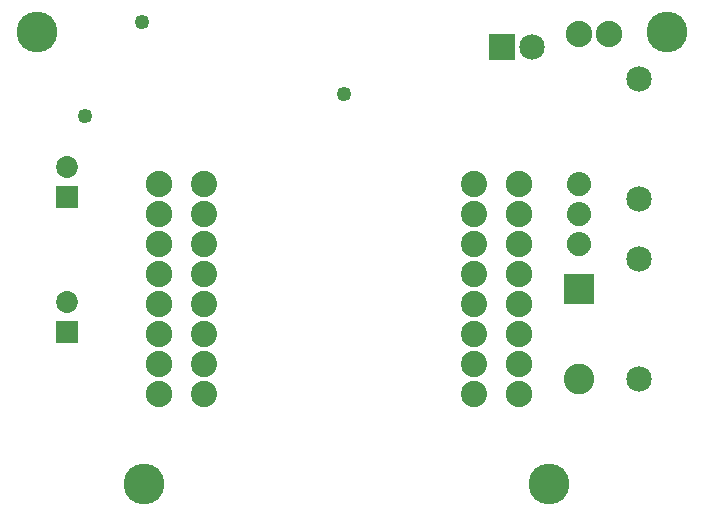
<source format=gts>
G04 MADE WITH FRITZING*
G04 WWW.FRITZING.ORG*
G04 DOUBLE SIDED*
G04 HOLES PLATED*
G04 CONTOUR ON CENTER OF CONTOUR VECTOR*
%ASAXBY*%
%FSLAX23Y23*%
%MOIN*%
%OFA0B0*%
%SFA1.0B1.0*%
%ADD10C,0.087778*%
%ADD11C,0.102000*%
%ADD12C,0.072992*%
%ADD13C,0.085000*%
%ADD14C,0.135984*%
%ADD15C,0.088000*%
%ADD16C,0.049370*%
%ADD17R,0.102000X0.102000*%
%ADD18R,0.072992X0.072992*%
%ADD19R,0.085000X0.085000*%
%ADD20R,0.001000X0.001000*%
%LNMASK1*%
G90*
G70*
G54D10*
X699Y1124D03*
X699Y1024D03*
X699Y924D03*
X699Y824D03*
X699Y724D03*
X699Y624D03*
X699Y524D03*
X699Y424D03*
X1599Y424D03*
X1599Y524D03*
X1599Y624D03*
X1599Y724D03*
X1599Y824D03*
X1599Y924D03*
X1599Y1024D03*
X1599Y1124D03*
G54D11*
X1949Y774D03*
X1949Y474D03*
G54D12*
X242Y1081D03*
X242Y1180D03*
X242Y631D03*
X242Y730D03*
G54D13*
X1692Y1580D03*
X1792Y1580D03*
X2149Y474D03*
X2149Y874D03*
X2149Y1074D03*
X2149Y1474D03*
G54D14*
X2242Y1630D03*
X142Y1630D03*
G54D15*
X1749Y1124D03*
X1749Y1024D03*
X1749Y924D03*
X1749Y824D03*
X1749Y724D03*
X1749Y624D03*
X1749Y524D03*
X1749Y424D03*
X549Y1124D03*
X549Y1024D03*
X549Y924D03*
X549Y824D03*
X549Y724D03*
X549Y624D03*
X549Y524D03*
X549Y424D03*
G54D14*
X499Y124D03*
X1849Y124D03*
G54D15*
X2049Y1624D03*
X1949Y1624D03*
G54D16*
X300Y1352D03*
X1164Y1424D03*
X492Y1664D03*
G54D17*
X1949Y774D03*
G54D18*
X242Y1081D03*
X242Y631D03*
G54D19*
X1692Y1580D03*
G54D20*
X1942Y1164D02*
X1954Y1164D01*
X1938Y1163D02*
X1958Y1163D01*
X1935Y1162D02*
X1961Y1162D01*
X1932Y1161D02*
X1964Y1161D01*
X1930Y1160D02*
X1966Y1160D01*
X1928Y1159D02*
X1968Y1159D01*
X1927Y1158D02*
X1969Y1158D01*
X1925Y1157D02*
X1971Y1157D01*
X1924Y1156D02*
X1972Y1156D01*
X1923Y1155D02*
X1973Y1155D01*
X1921Y1154D02*
X1974Y1154D01*
X1920Y1153D02*
X1976Y1153D01*
X1919Y1152D02*
X1977Y1152D01*
X1919Y1151D02*
X1977Y1151D01*
X1918Y1150D02*
X1978Y1150D01*
X1917Y1149D02*
X1979Y1149D01*
X1916Y1148D02*
X1980Y1148D01*
X1915Y1147D02*
X1981Y1147D01*
X1915Y1146D02*
X1981Y1146D01*
X1914Y1145D02*
X1982Y1145D01*
X1914Y1144D02*
X1982Y1144D01*
X1913Y1143D02*
X1983Y1143D01*
X1913Y1142D02*
X1983Y1142D01*
X1912Y1141D02*
X1984Y1141D01*
X1912Y1140D02*
X1984Y1140D01*
X1911Y1139D02*
X1985Y1139D01*
X1911Y1138D02*
X1985Y1138D01*
X1911Y1137D02*
X1985Y1137D01*
X1910Y1136D02*
X1986Y1136D01*
X1910Y1135D02*
X1986Y1135D01*
X1910Y1134D02*
X1986Y1134D01*
X1909Y1133D02*
X1986Y1133D01*
X1909Y1132D02*
X1987Y1132D01*
X1909Y1131D02*
X1987Y1131D01*
X1909Y1130D02*
X1987Y1130D01*
X1909Y1129D02*
X1987Y1129D01*
X1909Y1128D02*
X1987Y1128D01*
X1909Y1127D02*
X1987Y1127D01*
X1909Y1126D02*
X1987Y1126D01*
X1909Y1125D02*
X1987Y1125D01*
X1909Y1124D02*
X1987Y1124D01*
X1909Y1123D02*
X1987Y1123D01*
X1909Y1122D02*
X1987Y1122D01*
X1909Y1121D02*
X1987Y1121D01*
X1909Y1120D02*
X1987Y1120D01*
X1909Y1119D02*
X1987Y1119D01*
X1909Y1118D02*
X1987Y1118D01*
X1909Y1117D02*
X1987Y1117D01*
X1910Y1116D02*
X1986Y1116D01*
X1910Y1115D02*
X1986Y1115D01*
X1910Y1114D02*
X1986Y1114D01*
X1910Y1113D02*
X1986Y1113D01*
X1911Y1112D02*
X1985Y1112D01*
X1911Y1111D02*
X1985Y1111D01*
X1911Y1110D02*
X1985Y1110D01*
X1912Y1109D02*
X1984Y1109D01*
X1912Y1108D02*
X1984Y1108D01*
X1913Y1107D02*
X1983Y1107D01*
X1913Y1106D02*
X1983Y1106D01*
X1914Y1105D02*
X1982Y1105D01*
X1914Y1104D02*
X1982Y1104D01*
X1915Y1103D02*
X1981Y1103D01*
X1916Y1102D02*
X1980Y1102D01*
X1916Y1101D02*
X1980Y1101D01*
X1917Y1100D02*
X1979Y1100D01*
X1918Y1099D02*
X1978Y1099D01*
X1919Y1098D02*
X1977Y1098D01*
X1920Y1097D02*
X1976Y1097D01*
X1921Y1096D02*
X1975Y1096D01*
X1922Y1095D02*
X1974Y1095D01*
X1923Y1094D02*
X1973Y1094D01*
X1924Y1093D02*
X1972Y1093D01*
X1925Y1092D02*
X1971Y1092D01*
X1927Y1091D02*
X1969Y1091D01*
X1929Y1090D02*
X1967Y1090D01*
X1930Y1089D02*
X1966Y1089D01*
X1932Y1088D02*
X1964Y1088D01*
X1935Y1087D02*
X1961Y1087D01*
X1938Y1086D02*
X1958Y1086D01*
X1943Y1085D02*
X1953Y1085D01*
X1942Y1064D02*
X1954Y1064D01*
X1938Y1063D02*
X1958Y1063D01*
X1934Y1062D02*
X1961Y1062D01*
X1932Y1061D02*
X1964Y1061D01*
X1930Y1060D02*
X1966Y1060D01*
X1928Y1059D02*
X1968Y1059D01*
X1927Y1058D02*
X1969Y1058D01*
X1925Y1057D02*
X1971Y1057D01*
X1924Y1056D02*
X1972Y1056D01*
X1923Y1055D02*
X1973Y1055D01*
X1921Y1054D02*
X1974Y1054D01*
X1920Y1053D02*
X1976Y1053D01*
X1919Y1052D02*
X1977Y1052D01*
X1919Y1051D02*
X1977Y1051D01*
X1918Y1050D02*
X1978Y1050D01*
X1917Y1049D02*
X1979Y1049D01*
X1916Y1048D02*
X1980Y1048D01*
X1915Y1047D02*
X1981Y1047D01*
X1915Y1046D02*
X1981Y1046D01*
X1914Y1045D02*
X1982Y1045D01*
X1914Y1044D02*
X1982Y1044D01*
X1913Y1043D02*
X1983Y1043D01*
X1913Y1042D02*
X1983Y1042D01*
X1912Y1041D02*
X1984Y1041D01*
X1912Y1040D02*
X1984Y1040D01*
X1911Y1039D02*
X1985Y1039D01*
X1911Y1038D02*
X1985Y1038D01*
X1911Y1037D02*
X1985Y1037D01*
X1910Y1036D02*
X1986Y1036D01*
X1910Y1035D02*
X1986Y1035D01*
X1910Y1034D02*
X1986Y1034D01*
X1909Y1033D02*
X1986Y1033D01*
X1909Y1032D02*
X1987Y1032D01*
X1909Y1031D02*
X1987Y1031D01*
X1909Y1030D02*
X1987Y1030D01*
X1909Y1029D02*
X1987Y1029D01*
X1909Y1028D02*
X1987Y1028D01*
X1909Y1027D02*
X1987Y1027D01*
X1909Y1026D02*
X1987Y1026D01*
X1909Y1025D02*
X1987Y1025D01*
X1909Y1024D02*
X1987Y1024D01*
X1909Y1023D02*
X1987Y1023D01*
X1909Y1022D02*
X1987Y1022D01*
X1909Y1021D02*
X1987Y1021D01*
X1909Y1020D02*
X1987Y1020D01*
X1909Y1019D02*
X1987Y1019D01*
X1909Y1018D02*
X1987Y1018D01*
X1909Y1017D02*
X1987Y1017D01*
X1910Y1016D02*
X1986Y1016D01*
X1910Y1015D02*
X1986Y1015D01*
X1910Y1014D02*
X1986Y1014D01*
X1910Y1013D02*
X1986Y1013D01*
X1911Y1012D02*
X1985Y1012D01*
X1911Y1011D02*
X1985Y1011D01*
X1911Y1010D02*
X1985Y1010D01*
X1912Y1009D02*
X1984Y1009D01*
X1912Y1008D02*
X1984Y1008D01*
X1913Y1007D02*
X1983Y1007D01*
X1913Y1006D02*
X1983Y1006D01*
X1914Y1005D02*
X1982Y1005D01*
X1914Y1004D02*
X1982Y1004D01*
X1915Y1003D02*
X1981Y1003D01*
X1916Y1002D02*
X1980Y1002D01*
X1916Y1001D02*
X1980Y1001D01*
X1917Y1000D02*
X1979Y1000D01*
X1918Y999D02*
X1978Y999D01*
X1919Y998D02*
X1977Y998D01*
X1920Y997D02*
X1976Y997D01*
X1921Y996D02*
X1975Y996D01*
X1922Y995D02*
X1974Y995D01*
X1923Y994D02*
X1973Y994D01*
X1924Y993D02*
X1972Y993D01*
X1925Y992D02*
X1970Y992D01*
X1927Y991D02*
X1969Y991D01*
X1929Y990D02*
X1967Y990D01*
X1930Y989D02*
X1966Y989D01*
X1932Y988D02*
X1964Y988D01*
X1935Y987D02*
X1961Y987D01*
X1938Y986D02*
X1958Y986D01*
X1943Y985D02*
X1953Y985D01*
X1942Y964D02*
X1954Y964D01*
X1938Y963D02*
X1958Y963D01*
X1934Y962D02*
X1962Y962D01*
X1932Y961D02*
X1964Y961D01*
X1930Y960D02*
X1966Y960D01*
X1928Y959D02*
X1968Y959D01*
X1927Y958D02*
X1969Y958D01*
X1925Y957D02*
X1971Y957D01*
X1924Y956D02*
X1972Y956D01*
X1923Y955D02*
X1973Y955D01*
X1921Y954D02*
X1975Y954D01*
X1920Y953D02*
X1976Y953D01*
X1919Y952D02*
X1977Y952D01*
X1919Y951D02*
X1977Y951D01*
X1918Y950D02*
X1978Y950D01*
X1917Y949D02*
X1979Y949D01*
X1916Y948D02*
X1980Y948D01*
X1915Y947D02*
X1981Y947D01*
X1915Y946D02*
X1981Y946D01*
X1914Y945D02*
X1982Y945D01*
X1914Y944D02*
X1982Y944D01*
X1913Y943D02*
X1983Y943D01*
X1913Y942D02*
X1983Y942D01*
X1912Y941D02*
X1984Y941D01*
X1912Y940D02*
X1984Y940D01*
X1911Y939D02*
X1985Y939D01*
X1911Y938D02*
X1985Y938D01*
X1910Y937D02*
X1985Y937D01*
X1910Y936D02*
X1986Y936D01*
X1910Y935D02*
X1986Y935D01*
X1910Y934D02*
X1986Y934D01*
X1909Y933D02*
X1986Y933D01*
X1909Y932D02*
X1987Y932D01*
X1909Y931D02*
X1987Y931D01*
X1909Y930D02*
X1987Y930D01*
X1909Y929D02*
X1987Y929D01*
X1909Y928D02*
X1987Y928D01*
X1909Y927D02*
X1987Y927D01*
X1909Y926D02*
X1987Y926D01*
X1909Y925D02*
X1987Y925D01*
X1909Y924D02*
X1987Y924D01*
X1909Y923D02*
X1987Y923D01*
X1909Y922D02*
X1987Y922D01*
X1909Y921D02*
X1987Y921D01*
X1909Y920D02*
X1987Y920D01*
X1909Y919D02*
X1987Y919D01*
X1909Y918D02*
X1987Y918D01*
X1909Y917D02*
X1987Y917D01*
X1910Y916D02*
X1986Y916D01*
X1910Y915D02*
X1986Y915D01*
X1910Y914D02*
X1986Y914D01*
X1910Y913D02*
X1986Y913D01*
X1911Y912D02*
X1985Y912D01*
X1911Y911D02*
X1985Y911D01*
X1911Y910D02*
X1985Y910D01*
X1912Y909D02*
X1984Y909D01*
X1912Y908D02*
X1984Y908D01*
X1913Y907D02*
X1983Y907D01*
X1913Y906D02*
X1983Y906D01*
X1914Y905D02*
X1982Y905D01*
X1914Y904D02*
X1982Y904D01*
X1915Y903D02*
X1981Y903D01*
X1916Y902D02*
X1980Y902D01*
X1916Y901D02*
X1980Y901D01*
X1917Y900D02*
X1979Y900D01*
X1918Y899D02*
X1978Y899D01*
X1919Y898D02*
X1977Y898D01*
X1920Y897D02*
X1976Y897D01*
X1921Y896D02*
X1975Y896D01*
X1922Y895D02*
X1974Y895D01*
X1923Y894D02*
X1973Y894D01*
X1924Y893D02*
X1972Y893D01*
X1925Y892D02*
X1970Y892D01*
X1927Y891D02*
X1969Y891D01*
X1929Y890D02*
X1967Y890D01*
X1930Y889D02*
X1966Y889D01*
X1932Y888D02*
X1964Y888D01*
X1935Y887D02*
X1961Y887D01*
X1938Y886D02*
X1958Y886D01*
X1944Y885D02*
X1952Y885D01*
D02*
G04 End of Mask1*
M02*
</source>
